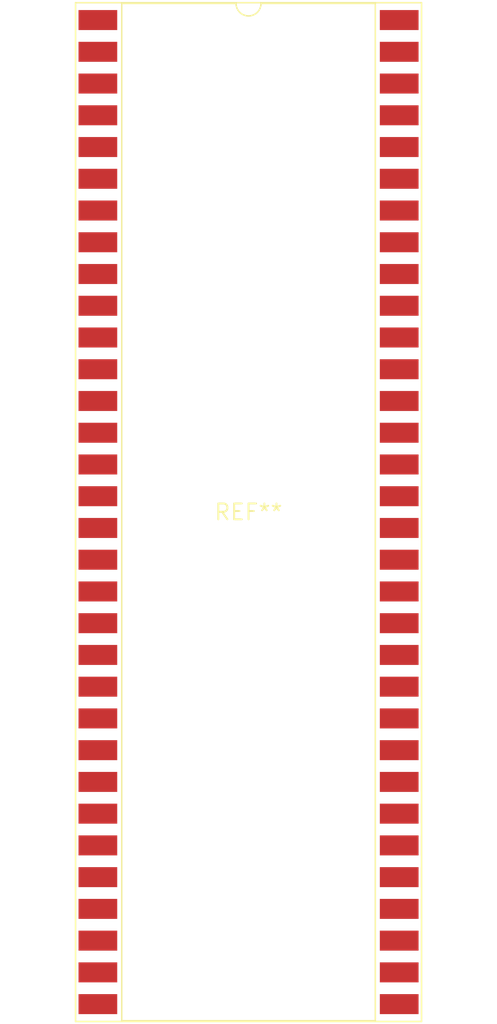
<source format=kicad_pcb>
(kicad_pcb (version 20240108) (generator pcbnew)
  (layers (0 "F.Cu" signal) (31 "B.Cu" signal) (34 "B.Paste" user) (35 "F.Paste" user) (36 "B.SilkS" user "B.Silkscreen") (37 "F.SilkS" user "F.Silkscreen") (38 "B.Mask" user) (39 "F.Mask" user) (44 "Edge.Cuts" user))
  (net 0 "")
  (footprint "DIP-64_W24.13mm_SMDSocket_LongPads" (layer "F.Cu") (at 0 0)
    (property "Reference" "REF**")
    (property "Value" "DIP-64_W24.13mm_SMDSocket_LongPads")
    (fp_line (start -13.855 -40.76) (end -13.855 40.76) (layer "F.SilkS") (stroke (width 0.12)))
    (fp_line (start -13.855 40.76) (end 13.855 40.76) (layer "F.SilkS") (stroke (width 0.12)))
    (fp_line (start -10.155 -40.7) (end -10.155 40.7) (layer "F.SilkS") (stroke (width 0.12)))
    (fp_line (start -10.155 40.7) (end 10.155 40.7) (layer "F.SilkS") (stroke (width 0.12)))
    (fp_line (start -1 -40.7) (end -10.155 -40.7) (layer "F.SilkS") (stroke (width 0.12)))
    (fp_line (start 10.155 -40.7) (end 1 -40.7) (layer "F.SilkS") (stroke (width 0.12)))
    (fp_line (start 10.155 40.7) (end 10.155 -40.7) (layer "F.SilkS") (stroke (width 0.12)))
    (fp_line (start 13.855 -40.76) (end -13.855 -40.76) (layer "F.SilkS") (stroke (width 0.12)))
    (fp_line (start 13.855 40.76) (end 13.855 -40.76) (layer "F.SilkS") (stroke (width 0.12)))
    (fp_arc (start 1 -40.7) (mid 0 -39.7) (end -1 -40.7) (layer "F.SilkS") (stroke (width 0.12)))
    (pad "1" smd rect (at -12.065 -39.37) (size 3.1 1.6) (layers "F.Cu" "F.Paste" "F.Mask"))
    (pad "2" smd rect (at -12.065 -36.83) (size 3.1 1.6) (layers "F.Cu" "F.Paste" "F.Mask"))
    (pad "3" smd rect (at -12.065 -34.29) (size 3.1 1.6) (layers "F.Cu" "F.Paste" "F.Mask"))
    (pad "4" smd rect (at -12.065 -31.75) (size 3.1 1.6) (layers "F.Cu" "F.Paste" "F.Mask"))
    (pad "5" smd rect (at -12.065 -29.21) (size 3.1 1.6) (layers "F.Cu" "F.Paste" "F.Mask"))
    (pad "6" smd rect (at -12.065 -26.67) (size 3.1 1.6) (layers "F.Cu" "F.Paste" "F.Mask"))
    (pad "7" smd rect (at -12.065 -24.13) (size 3.1 1.6) (layers "F.Cu" "F.Paste" "F.Mask"))
    (pad "8" smd rect (at -12.065 -21.59) (size 3.1 1.6) (layers "F.Cu" "F.Paste" "F.Mask"))
    (pad "9" smd rect (at -12.065 -19.05) (size 3.1 1.6) (layers "F.Cu" "F.Paste" "F.Mask"))
    (pad "10" smd rect (at -12.065 -16.51) (size 3.1 1.6) (layers "F.Cu" "F.Paste" "F.Mask"))
    (pad "11" smd rect (at -12.065 -13.97) (size 3.1 1.6) (layers "F.Cu" "F.Paste" "F.Mask"))
    (pad "12" smd rect (at -12.065 -11.43) (size 3.1 1.6) (layers "F.Cu" "F.Paste" "F.Mask"))
    (pad "13" smd rect (at -12.065 -8.89) (size 3.1 1.6) (layers "F.Cu" "F.Paste" "F.Mask"))
    (pad "14" smd rect (at -12.065 -6.35) (size 3.1 1.6) (layers "F.Cu" "F.Paste" "F.Mask"))
    (pad "15" smd rect (at -12.065 -3.81) (size 3.1 1.6) (layers "F.Cu" "F.Paste" "F.Mask"))
    (pad "16" smd rect (at -12.065 -1.27) (size 3.1 1.6) (layers "F.Cu" "F.Paste" "F.Mask"))
    (pad "17" smd rect (at -12.065 1.27) (size 3.1 1.6) (layers "F.Cu" "F.Paste" "F.Mask"))
    (pad "18" smd rect (at -12.065 3.81) (size 3.1 1.6) (layers "F.Cu" "F.Paste" "F.Mask"))
    (pad "19" smd rect (at -12.065 6.35) (size 3.1 1.6) (layers "F.Cu" "F.Paste" "F.Mask"))
    (pad "20" smd rect (at -12.065 8.89) (size 3.1 1.6) (layers "F.Cu" "F.Paste" "F.Mask"))
    (pad "21" smd rect (at -12.065 11.43) (size 3.1 1.6) (layers "F.Cu" "F.Paste" "F.Mask"))
    (pad "22" smd rect (at -12.065 13.97) (size 3.1 1.6) (layers "F.Cu" "F.Paste" "F.Mask"))
    (pad "23" smd rect (at -12.065 16.51) (size 3.1 1.6) (layers "F.Cu" "F.Paste" "F.Mask"))
    (pad "24" smd rect (at -12.065 19.05) (size 3.1 1.6) (layers "F.Cu" "F.Paste" "F.Mask"))
    (pad "25" smd rect (at -12.065 21.59) (size 3.1 1.6) (layers "F.Cu" "F.Paste" "F.Mask"))
    (pad "26" smd rect (at -12.065 24.13) (size 3.1 1.6) (layers "F.Cu" "F.Paste" "F.Mask"))
    (pad "27" smd rect (at -12.065 26.67) (size 3.1 1.6) (layers "F.Cu" "F.Paste" "F.Mask"))
    (pad "28" smd rect (at -12.065 29.21) (size 3.1 1.6) (layers "F.Cu" "F.Paste" "F.Mask"))
    (pad "29" smd rect (at -12.065 31.75) (size 3.1 1.6) (layers "F.Cu" "F.Paste" "F.Mask"))
    (pad "30" smd rect (at -12.065 34.29) (size 3.1 1.6) (layers "F.Cu" "F.Paste" "F.Mask"))
    (pad "31" smd rect (at -12.065 36.83) (size 3.1 1.6) (layers "F.Cu" "F.Paste" "F.Mask"))
    (pad "32" smd rect (at -12.065 39.37) (size 3.1 1.6) (layers "F.Cu" "F.Paste" "F.Mask"))
    (pad "33" smd rect (at 12.065 39.37) (size 3.1 1.6) (layers "F.Cu" "F.Paste" "F.Mask"))
    (pad "34" smd rect (at 12.065 36.83) (size 3.1 1.6) (layers "F.Cu" "F.Paste" "F.Mask"))
    (pad "35" smd rect (at 12.065 34.29) (size 3.1 1.6) (layers "F.Cu" "F.Paste" "F.Mask"))
    (pad "36" smd rect (at 12.065 31.75) (size 3.1 1.6) (layers "F.Cu" "F.Paste" "F.Mask"))
    (pad "37" smd rect (at 12.065 29.21) (size 3.1 1.6) (layers "F.Cu" "F.Paste" "F.Mask"))
    (pad "38" smd rect (at 12.065 26.67) (size 3.1 1.6) (layers "F.Cu" "F.Paste" "F.Mask"))
    (pad "39" smd rect (at 12.065 24.13) (size 3.1 1.6) (layers "F.Cu" "F.Paste" "F.Mask"))
    (pad "40" smd rect (at 12.065 21.59) (size 3.1 1.6) (layers "F.Cu" "F.Paste" "F.Mask"))
    (pad "41" smd rect (at 12.065 19.05) (size 3.1 1.6) (layers "F.Cu" "F.Paste" "F.Mask"))
    (pad "42" smd rect (at 12.065 16.51) (size 3.1 1.6) (layers "F.Cu" "F.Paste" "F.Mask"))
    (pad "43" smd rect (at 12.065 13.97) (size 3.1 1.6) (layers "F.Cu" "F.Paste" "F.Mask"))
    (pad "44" smd rect (at 12.065 11.43) (size 3.1 1.6) (layers "F.Cu" "F.Paste" "F.Mask"))
    (pad "45" smd rect (at 12.065 8.89) (size 3.1 1.6) (layers "F.Cu" "F.Paste" "F.Mask"))
    (pad "46" smd rect (at 12.065 6.35) (size 3.1 1.6) (layers "F.Cu" "F.Paste" "F.Mask"))
    (pad "47" smd rect (at 12.065 3.81) (size 3.1 1.6) (layers "F.Cu" "F.Paste" "F.Mask"))
    (pad "48" smd rect (at 12.065 1.27) (size 3.1 1.6) (layers "F.Cu" "F.Paste" "F.Mask"))
    (pad "49" smd rect (at 12.065 -1.27) (size 3.1 1.6) (layers "F.Cu" "F.Paste" "F.Mask"))
    (pad "50" smd rect (at 12.065 -3.81) (size 3.1 1.6) (layers "F.Cu" "F.Paste" "F.Mask"))
    (pad "51" smd rect (at 12.065 -6.35) (size 3.1 1.6) (layers "F.Cu" "F.Paste" "F.Mask"))
    (pad "52" smd rect (at 12.065 -8.89) (size 3.1 1.6) (layers "F.Cu" "F.Paste" "F.Mask"))
    (pad "53" smd rect (at 12.065 -11.43) (size 3.1 1.6) (layers "F.Cu" "F.Paste" "F.Mask"))
    (pad "54" smd rect (at 12.065 -13.97) (size 3.1 1.6) (layers "F.Cu" "F.Paste" "F.Mask"))
    (pad "55" smd rect (at 12.065 -16.51) (size 3.1 1.6) (layers "F.Cu" "F.Paste" "F.Mask"))
    (pad "56" smd rect (at 12.065 -19.05) (size 3.1 1.6) (layers "F.Cu" "F.Paste" "F.Mask"))
    (pad "57" smd rect (at 12.065 -21.59) (size 3.1 1.6) (layers "F.Cu" "F.Paste" "F.Mask"))
    (pad "58" smd rect (at 12.065 -24.13) (size 3.1 1.6) (layers "F.Cu" "F.Paste" "F.Mask"))
    (pad "59" smd rect (at 12.065 -26.67) (size 3.1 1.6) (layers "F.Cu" "F.Paste" "F.Mask"))
    (pad "60" smd rect (at 12.065 -29.21) (size 3.1 1.6) (layers "F.Cu" "F.Paste" "F.Mask"))
    (pad "61" smd rect (at 12.065 -31.75) (size 3.1 1.6) (layers "F.Cu" "F.Paste" "F.Mask"))
    (pad "62" smd rect (at 12.065 -34.29) (size 3.1 1.6) (layers "F.Cu" "F.Paste" "F.Mask"))
    (pad "63" smd rect (at 12.065 -36.83) (size 3.1 1.6) (layers "F.Cu" "F.Paste" "F.Mask"))
    (pad "64" smd rect (at 12.065 -39.37) (size 3.1 1.6) (layers "F.Cu" "F.Paste" "F.Mask"))
  )
)
</source>
